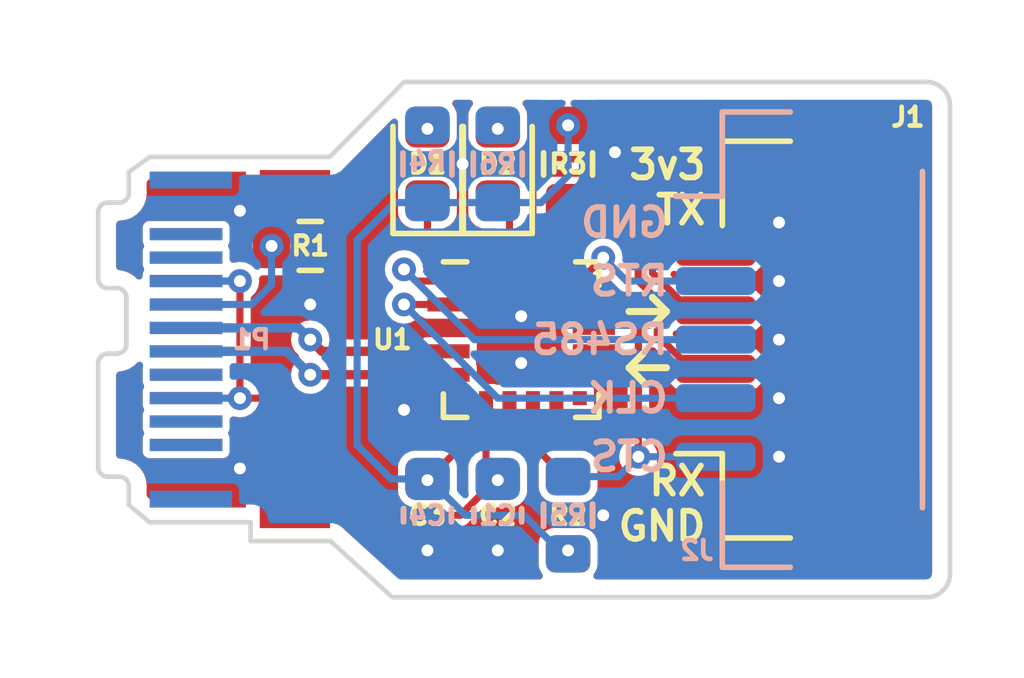
<source format=kicad_pcb>
(kicad_pcb (version 20211014) (generator pcbnew)
  (layers (0 "F.Cu" signal) (31 "B.Cu" signal) (34 "B.Paste" user) (35 "F.Paste" user) (36 "B.SilkS" user "B.Silkscreen") (37 "F.SilkS" user "F.Silkscreen") (38 "B.Mask" user) (39 "F.Mask" user) (44 "Edge.Cuts" user))
  (net 0 "")
  (net 1 "+5V")
  (net 2 "GND")
  (net 3 "+3V3")
  (net 4 "Net-(D1-Pad1)")
  (net 5 "Net-(D1-Pad2)")
  (net 6 "Net-(D2-Pad1)")
  (net 7 "Net-(D2-Pad2)")
  (net 8 "/TX")
  (net 9 "/RX")
  (net 10 "/RS485")
  (net 11 "/CLK")
  (net 12 "/CTS")
  (net 13 "/RTS")
  (net 16 "Net-(P1-PadA5)")
  (net 17 "/D+")
  (net 18 "/D-")
  (net 28 "Net-(R2-Pad2)")
  (footprint "Capacitor_SMD:C_0603_1608Metric" (layer "F.Cu") (at 148 103.75 -90)
    (fp_text reference "C3" (at 0 0 180) (layer "F.SilkS") (effects (font (size 0.4 0.4) (thickness 0.1))))
    (fp_text value "100n")
    (fp_line (start -0.14058 0.51) (end 0.14058 0.51) (layer "F.SilkS") (width 0.12))
    (fp_line (start -0.14058 -0.51) (end 0.14058 -0.51) (layer "F.SilkS") (width 0.12))
    (pad "1" smd roundrect locked (at -0.775 0 270) (size 0.9 0.95) (layers "F.Cu" "F.Paste" "F.Mask") (net 3 "+3V3"))
    (pad "2" smd roundrect locked (at 0.775 0 270) (size 0.9 0.95) (layers "F.Cu" "F.Paste" "F.Mask") (net 2 "GND"))
  )
  (footprint "Resistor_SMD:R_0603_1608Metric" (layer "F.Cu") (at 151 96.25 -90)
    (fp_text reference "R3" (at 0 0 180) (layer "F.SilkS") (effects (font (size 0.4 0.4) (thickness 0.1))))
    (fp_text value "10k")
    (fp_line (start -0.237258 -0.5225) (end 0.237258 -0.5225) (layer "F.SilkS") (width 0.12))
    (fp_line (start -0.237258 0.5225) (end 0.237258 0.5225) (layer "F.SilkS") (width 0.12))
    (pad "1" smd roundrect locked (at -0.825 0 270) (size 0.8 0.95) (layers "F.Cu" "F.Paste" "F.Mask") (net 3 "+3V3"))
    (pad "2" smd roundrect locked (at 0.825 0 270) (size 0.8 0.95) (layers "F.Cu" "F.Paste" "F.Mask") (net 9 "/RX"))
  )
  (footprint "Capacitor_SMD:C_0603_1608Metric" (layer "F.Cu") (at 149.5 103.75 -90)
    (fp_text reference "C2" (at 0 0 180) (layer "F.SilkS") (effects (font (size 0.4 0.4) (thickness 0.1))))
    (fp_text value "100n")
    (fp_line (start -0.14058 -0.51) (end 0.14058 -0.51) (layer "F.SilkS") (width 0.12))
    (fp_line (start -0.14058 0.51) (end 0.14058 0.51) (layer "F.SilkS") (width 0.12))
    (pad "1" smd roundrect locked (at -0.775 0 270) (size 0.9 0.95) (layers "F.Cu" "F.Paste" "F.Mask") (net 1 "+5V"))
    (pad "2" smd roundrect locked (at 0.775 0 270) (size 0.9 0.95) (layers "F.Cu" "F.Paste" "F.Mask") (net 2 "GND"))
  )
  (footprint "Resistor_SMD:R_0603_1608Metric" (layer "F.Cu") (at 145.5 98)
    (fp_text reference "R1" (at 0 0) (layer "F.SilkS") (effects (font (size 0.4 0.4) (thickness 0.1))))
    (fp_text value "5k1")
    (fp_line (start -0.237258 -0.5225) (end 0.237258 -0.5225) (layer "F.SilkS") (width 0.12))
    (fp_line (start -0.237258 0.5225) (end 0.237258 0.5225) (layer "F.SilkS") (width 0.12))
    (pad "1" smd roundrect locked (at -0.825 0) (size 0.8 0.95) (layers "F.Cu" "F.Paste" "F.Mask") (net 16 "Net-(P1-PadA5)"))
    (pad "2" smd roundrect locked (at 0.825 0) (size 0.8 0.95) (layers "F.Cu" "F.Paste" "F.Mask") (net 2 "GND"))
  )
  (footprint "Connector_JST:JST_GH_SM04B-GHS-TB_1x04-1MP_P1.25mm_Horizontal" (layer "F.Cu") (at 156 100 90)
    (fp_text reference "J1" (at 4.75 2.25 180) (layer "F.SilkS") (effects (font (size 0.4 0.4) (thickness 0.1))))
    (fp_text value "UART")
    (fp_line (start -4.235 -1.71) (end -2.435 -1.71) (layer "F.SilkS") (width 0.12))
    (fp_line (start -2.435 -1.71) (end -2.435 -2.7) (layer "F.SilkS") (width 0.12))
    (fp_line (start -2.965 2.56) (end 2.965 2.56) (layer "F.SilkS") (width 0.12))
    (fp_line (start 4.235 -0.26) (end 4.235 -1.71) (layer "F.SilkS") (width 0.12))
    (fp_line (start -4.235 -0.26) (end -4.235 -1.71) (layer "F.SilkS") (width 0.12))
    (fp_line (start 4.235 -1.71) (end 2.435 -1.71) (layer "F.SilkS") (width 0.12))
    (pad "1" smd roundrect locked (at -1.875 -1.85 90) (size 0.6 1.7) (layers "F.Cu" "F.Paste" "F.Mask") (net 2 "GND"))
    (pad "2" smd roundrect locked (at -0.625 -1.85 90) (size 0.6 1.7) (layers "F.Cu" "F.Paste" "F.Mask") (net 9 "/RX"))
    (pad "3" smd roundrect locked (at 0.625 -1.85 90) (size 0.6 1.7) (layers "F.Cu" "F.Paste" "F.Mask") (net 8 "/TX"))
    (pad "4" smd roundrect locked (at 1.875 -1.85 90) (size 0.6 1.7) (layers "F.Cu" "F.Paste" "F.Mask") (net 3 "+3V3"))
    (pad "MP" smd roundrect locked (at -3.725 1.35 90) (size 1 2.7) (layers "F.Cu" "F.Paste" "F.Mask") (net 2 "GND"))
    (pad "MP" smd roundrect locked (at 3.725 1.35 90) (size 1 2.7) (layers "F.Cu" "F.Paste" "F.Mask") (net 2 "GND"))
  )
  (footprint "Resistor_SMD:R_0603_1608Metric" (layer "F.Cu") (at 151 103.75 90)
    (fp_text reference "R2" (at 0 0 180) (layer "F.SilkS") (effects (font (size 0.4 0.4) (thickness 0.1))))
    (fp_text value "10k")
    (fp_line (start -0.237258 -0.5225) (end 0.237258 -0.5225) (layer "F.SilkS") (width 0.12))
    (fp_line (start -0.237258 0.5225) (end 0.237258 0.5225) (layer "F.SilkS") (width 0.12))
    (pad "1" smd roundrect locked (at -0.825 0 90) (size 0.8 0.95) (layers "F.Cu" "F.Paste" "F.Mask") (net 3 "+3V3"))
    (pad "2" smd roundrect locked (at 0.825 0 90) (size 0.8 0.95) (layers "F.Cu" "F.Paste" "F.Mask") (net 28 "Net-(R2-Pad2)"))
  )
  (footprint "LED_SMD:LED_0603_1608Metric" (layer "F.Cu") (at 148 96.25 90)
    (fp_text reference "D1" (at 0 0 180) (layer "F.SilkS") (effects (font (size 0.4 0.4) (thickness 0.1))))
    (fp_text value "TX")
    (fp_line (start -1.485 0.735) (end 0.8 0.735) (layer "F.SilkS") (width 0.12))
    (fp_line (start -1.485 -0.735) (end -1.485 0.735) (layer "F.SilkS") (width 0.12))
    (fp_line (start 0.8 -0.735) (end -1.485 -0.735) (layer "F.SilkS") (width 0.12))
    (pad "1" smd roundrect locked (at -0.7875 0 90) (size 0.875 0.95) (layers "F.Cu" "F.Paste" "F.Mask") (net 4 "Net-(D1-Pad1)"))
    (pad "2" smd roundrect locked (at 0.7875 0 90) (size 0.875 0.95) (layers "F.Cu" "F.Paste" "F.Mask") (net 5 "Net-(D1-Pad2)"))
  )
  (footprint "LED_SMD:LED_0603_1608Metric" (layer "F.Cu") (at 149.5 96.25 90)
    (fp_text reference "D2" (at 0 0 180) (layer "F.SilkS") (effects (font (size 0.4 0.4) (thickness 0.1))))
    (fp_text value "RX")
    (fp_line (start -1.485 0.735) (end 0.8 0.735) (layer "F.SilkS") (width 0.12))
    (fp_line (start 0.8 -0.735) (end -1.485 -0.735) (layer "F.SilkS") (width 0.12))
    (fp_line (start -1.485 -0.735) (end -1.485 0.735) (layer "F.SilkS") (width 0.12))
    (pad "1" smd roundrect locked (at -0.7875 0 90) (size 0.875 0.95) (layers "F.Cu" "F.Paste" "F.Mask") (net 6 "Net-(D2-Pad1)"))
    (pad "2" smd roundrect locked (at 0.7875 0 90) (size 0.875 0.95) (layers "F.Cu" "F.Paste" "F.Mask") (net 7 "Net-(D2-Pad2)"))
  )
  (footprint "Package_DFN_QFN:SiliconLabs_QFN-20-1EP_3x3mm_P0.5mm_EP1.8x1.8mm" (layer "F.Cu") (at 150 100)
    (fp_text reference "U1" (at -2.75 0) (layer "F.SilkS") (effects (font (size 0.4 0.4) (thickness 0.1))))
    (fp_text value "CP2102N-Axx-xQFN20")
    (fp_line (start 1.66 -1.66) (end 1.66 -1.16) (layer "F.SilkS") (width 0.12))
    (fp_line (start -1.66 1.66) (end -1.66 1.16) (layer "F.SilkS") (width 0.12))
    (fp_line (start -1.66 -1.66) (end -1.16 -1.66) (layer "F.SilkS") (width 0.12))
    (fp_line (start 1.66 1.66) (end 1.66 1.16) (layer "F.SilkS") (width 0.12))
    (fp_line (start 1.16 -1.66) (end 1.66 -1.66) (layer "F.SilkS") (width 0.12))
    (fp_line (start -1.16 1.66) (end -1.66 1.66) (layer "F.SilkS") (width 0.12))
    (fp_line (start 1.16 1.66) (end 1.66 1.66) (layer "F.SilkS") (width 0.12))
    (pad "1" smd rect locked (at -1.25 -1.25) (size 0.3 0.3) (layers "F.Cu" "F.Paste" "F.Mask") (net 10 "/RS485"))
    (pad "2" smd rect locked (at -1.55 -0.75) (size 0.9 0.3) (layers "F.Cu" "F.Paste" "F.Mask") (net 11 "/CLK"))
    (pad "3" smd rect locked (at -1.55 -0.25) (size 0.9 0.3) (layers "F.Cu" "F.Paste" "F.Mask") (net 2 "GND"))
    (pad "4" smd rect locked (at -1.55 0.25) (size 0.9 0.3) (layers "F.Cu" "F.Paste" "F.Mask") (net 17 "/D+"))
    (pad "5" smd rect locked (at -1.55 0.75) (size 0.9 0.3) (layers "F.Cu" "F.Paste" "F.Mask") (net 18 "/D-"))
    (pad "6" smd rect locked (at -1.25 1.25) (size 0.3 0.3) (layers "F.Cu" "F.Paste" "F.Mask") (net 3 "+3V3"))
    (pad "7" smd rect locked (at -0.75 1.55 90) (size 0.9 0.3) (layers "F.Cu" "F.Paste" "F.Mask") (net 1 "+5V"))
    (pad "8" smd rect locked (at -0.25 1.55 90) (size 0.9 0.3) (layers "F.Cu" "F.Paste" "F.Mask") (net 1 "+5V"))
    (pad "9" smd rect locked (at 0.25 1.55 90) (size 0.9 0.3) (layers "F.Cu" "F.Paste" "F.Mask") (net 28 "Net-(R2-Pad2)"))
    (pad "10" smd rect locked (at 0.75 1.55 90) (size 0.9 0.3) (layers "F.Cu" "F.Paste" "F.Mask"))
    (pad "11" smd rect locked (at 1.25 1.25) (size 0.3 0.3) (layers "F.Cu" "F.Paste" "F.Mask"))
    (pad "12" smd rect locked (at 1.55 0.75) (size 0.9 0.3) (layers "F.Cu" "F.Paste" "F.Mask") (net 2 "GND"))
    (pad "13" smd rect locked (at 1.55 0.25) (size 0.9 0.3) (layers "F.Cu" "F.Paste" "F.Mask"))
    (pad "14" smd rect locked (at 1.55 -0.25) (size 0.9 0.3) (layers "F.Cu" "F.Paste" "F.Mask"))
    (pad "15" smd rect locked (at 1.55 -0.75) (size 0.9 0.3) (layers "F.Cu" "F.Paste" "F.Mask") (net 12 "/CTS"))
    (pad "16" smd rect locked (at 1.25 -1.25) (size 0.3 0.3) (layers "F.Cu" "F.Paste" "F.Mask") (net 13 "/RTS"))
    (pad "17" smd rect locked (at 0.75 -1.55 90) (size 0.9 0.3) (layers "F.Cu" "F.Paste" "F.Mask") (net 9 "/RX"))
    (pad "18" smd rect locked (at 0.25 -1.55 90) (size 0.9 0.3) (layers "F.Cu" "F.Paste" "F.Mask") (net 8 "/TX"))
    (pad "19" smd rect locked (at -0.25 -1.55 90) (size 0.9 0.3) (layers "F.Cu" "F.Paste" "F.Mask") (net 6 "Net-(D2-Pad1)"))
    (pad "20" smd rect locked (at -0.75 -1.55 90) (size 0.9 0.3) (layers "F.Cu" "F.Paste" "F.Mask") (net 4 "Net-(D1-Pad1)"))
    (pad "21" smd rect locked (at 0 0) (size 1.8 1.8) (layers "F.Cu" "F.Mask") (net 2 "GND"))
  )
  (footprint "Connector_JST:JST_GH_SM05B-GHS-TB_1x05-1MP_P1.25mm_Horizontal" (layer "B.Cu") (at 156 100 -90)
    (fp_text reference "J2" (at 4.5 2.25 180) (layer "B.SilkS") (effects (font (size 0.4 0.4) (thickness 0.1)) (justify mirror)))
    (fp_text value "other")
    (fp_line (start -3.06 1.71) (end -3.06 2.7) (layer "B.SilkS") (width 0.12))
    (fp_line (start 4.86 1.71) (end 3.06 1.71) (layer "B.SilkS") (width 0.12))
    (fp_line (start -4.86 0.26) (end -4.86 1.71) (layer "B.SilkS") (width 0.12))
    (fp_line (start -4.86 1.71) (end -3.06 1.71) (layer "B.SilkS") (width 0.12))
    (fp_line (start -3.59 -2.56) (end 3.59 -2.56) (layer "B.SilkS") (width 0.12))
    (fp_line (start 4.86 0.26) (end 4.86 1.71) (layer "B.SilkS") (width 0.12))
    (pad "1" smd roundrect locked (at -2.5 1.85 270) (size 0.6 1.7) (layers "B.Cu" "B.Paste" "B.Mask") (net 2 "GND"))
    (pad "2" smd roundrect locked (at -1.25 1.85 270) (size 0.6 1.7) (layers "B.Cu" "B.Paste" "B.Mask") (net 13 "/RTS"))
    (pad "3" smd roundrect locked (at 0 1.85 270) (size 0.6 1.7) (layers "B.Cu" "B.Paste" "B.Mask") (net 10 "/RS485"))
    (pad "4" smd roundrect locked (at 1.25 1.85 270) (size 0.6 1.7) (layers "B.Cu" "B.Paste" "B.Mask") (net 11 "/CLK"))
    (pad "5" smd roundrect locked (at 2.5 1.85 270) (size 0.6 1.7) (layers "B.Cu" "B.Paste" "B.Mask") (net 12 "/CTS"))
    (pad "MP" smd roundrect locked (at 4.35 -1.35 270) (size 1 2.7) (layers "B.Cu" "B.Paste" "B.Mask") (net 2 "GND"))
    (pad "MP" smd roundrect locked (at -4.35 -1.35 270) (size 1 2.7) (layers "B.Cu" "B.Paste" "B.Mask") (net 2 "GND"))
  )
  (footprint "Resistor_SMD:R_0603_1608Metric" (layer "B.Cu") (at 148 96.25 90)
    (fp_text reference "R4" (at 0.05 0 180) (layer "B.SilkS") (effects (font (size 0.4 0.4) (thickness 0.1)) (justify mirror)))
    (fp_text value "100")
    (fp_line (start -0.237258 0.5225) (end 0.237258 0.5225) (layer "B.SilkS") (width 0.12))
    (fp_line (start -0.237258 -0.5225) (end 0.237258 -0.5225) (layer "B.SilkS") (width 0.12))
    (pad "1" smd roundrect locked (at -0.825 0 90) (size 0.8 0.95) (layers "B.Cu" "B.Paste" "B.Mask") (net 3 "+3V3"))
    (pad "2" smd roundrect locked (at 0.825 0 90) (size 0.8 0.95) (layers "B.Cu" "B.Paste" "B.Mask") (net 5 "Net-(D1-Pad2)"))
  )
  (footprint "Capacitor_SMD:C_0603_1608Metric" (layer "B.Cu") (at 148 103.75 -90)
    (fp_text reference "C4" (at 0 0 180) (layer "B.SilkS") (effects (font (size 0.4 0.4) (thickness 0.1)) (justify mirror)))
    (fp_text value "1u")
    (fp_line (start -0.14058 -0.51) (end 0.14058 -0.51) (layer "B.SilkS") (width 0.12))
    (fp_line (start -0.14058 0.51) (end 0.14058 0.51) (layer "B.SilkS") (width 0.12))
    (pad "1" smd roundrect locked (at -0.775 0 270) (size 0.9 0.95) (layers "B.Cu" "B.Paste" "B.Mask") (net 3 "+3V3"))
    (pad "2" smd roundrect locked (at 0.775 0 270) (size 0.9 0.95) (layers "B.Cu" "B.Paste" "B.Mask") (net 2 "GND"))
  )
  (footprint "Connector_USB:USB_C_Plug_JAE_DX07P024AJ1" (layer "B.Cu") (at 144 100 90)
    (fp_text reference "P1" (at 0 0.25 180) (layer "B.SilkS") (effects (font (size 0.4 0.4) (thickness 0.1)) (justify mirror)))
    (fp_text value "USB_C_Plug")
    (fp_line (start 1.3 -3.0225) (end 2.725 -3.0225) (layer "Edge.Cuts") (width 0.1))
    (fp_line (start -0.5 -3.0225) (end -2.725 -3.0225) (layer "Edge.Cuts") (width 0.1))
    (fp_line (start -3.9 -1.9225) (end -3.9 0.2275) (layer "Edge.Cuts") (width 0.1))
    (fp_line (start -0.1 -2.4225) (end 0.9 -2.4225) (layer "Edge.Cuts") (width 0.1))
    (fp_line (start -4.3 1.93) (end -4.3 0.2275) (layer "Edge.Cuts") (width 0.1))
    (fp_line (start -4.3 0.2275) (end -3.9 0.2275) (layer "Edge.Cuts") (width 0.1))
    (fp_line (start 3.125 -2.3725) (end 3.575 -2.3725) (layer "Edge.Cuts") (width 0.1))
    (fp_line (start -3.125 -2.3725) (end -3.53 -2.3725) (layer "Edge.Cuts") (width 0.1))
    (fp_line (start 3.575 -2.3725) (end 3.9 -1.9225) (layer "Edge.Cuts") (width 0.1))
    (fp_line (start 2.925 -2.8225) (end 2.925 -2.5725) (layer "Edge.Cuts") (width 0.1))
    (fp_line (start 1.1 -2.8225) (end 1.1 -2.6225) (layer "Edge.Cuts") (width 0.1))
    (fp_line (start -3.53 -2.3725) (end -3.9 -1.9225) (layer "Edge.Cuts") (width 0.1))
    (fp_line (start -0.3 -2.6225) (end -0.3 -2.8225) (layer "Edge.Cuts") (width 0.1))
    (fp_line (start -2.925 -2.8225) (end -2.925 -2.5725) (layer "Edge.Cuts") (width 0.1))
    (fp_line (start 3.9 -1.9225) (end 3.9 1.9175) (layer "Edge.Cuts") (width 0.1))
    (fp_arc (start -0.5 -3.0225) (mid -0.358579 -2.963921) (end -0.3 -2.8225) (layer "Edge.Cuts") (width 0.1))
    (fp_arc (start 1.1 -2.6225) (mid 1.041421 -2.481079) (end 0.9 -2.4225) (layer "Edge.Cuts") (width 0.1))
    (fp_arc (start -2.925 -2.8225) (mid -2.866421 -2.963921) (end -2.725 -3.0225) (layer "Edge.Cuts") (width 0.1))
    (fp_arc (start 3.125 -2.3725) (mid 2.983579 -2.431079) (end 2.925 -2.5725) (layer "Edge.Cuts") (width 0.1))
    (fp_arc (start -0.1 -2.4225) (mid -0.241421 -2.481079) (end -0.3 -2.6225) (layer "Edge.Cuts") (width 0.1))
    (fp_arc (start 1.1 -2.8225) (mid 1.158579 -2.963921) (end 1.3 -3.0225) (layer "Edge.Cuts") (width 0.1))
    (fp_arc (start -2.925 -2.5725) (mid -2.983579 -2.431079) (end -3.125 -2.3725) (layer "Edge.Cuts") (width 0.1))
    (fp_arc (start 2.725 -3.0225) (mid 2.866421 -2.963921) (end 2.925 -2.8225) (layer "Edge.Cuts") (width 0.1))
    (pad "" smd rect locked (at 3.405 -1.0475 90) (size 0.36 1.75) (layers "B.Cu" "B.Mask"))
    (pad "" smd rect locked (at -3.405 -1.0475 90) (size 0.36 1.75) (layers "B.Cu" "B.Mask"))
    (pad "A1" smd rect locked (at 2.825 -1.1475 90) (size 0.41 1.55) (layers "B.Cu" "B.Paste" "B.Mask") (net 2 "GND"))
    (pad "A2" smd rect locked (at 2.25 -1.1475 90) (size 0.26 1.55) (layers "B.Cu" "B.Paste" "B.Mask"))
    (pad "A3" smd rect locked (at 1.75 -1.1475 90) (size 0.26 1.55) (layers "B.Cu" "B.Paste" "B.Mask"))
    (pad "A4" smd rect locked (at 1.25 -1.1475 90) (size 0.26 1.55) (layers "B.Cu" "B.Paste" "B.Mask") (net 1 "+5V"))
    (pad "A5" smd rect locked (at 0.75 -1.1475 90) (size 0.26 1.55) (layers "B.Cu" "B.Paste" "B.Mask") (net 16 "Net-(P1-PadA5)"))
    (pad "A6" smd rect locked (at 0.25 -1.1475 270) (size 0.26 1.55) (layers "B.Cu" "B.Paste" "B.Mask") (net 17 "/D+"))
    (pad "A7" smd rect locked (at -0.25 -1.1475 270) (size 0.26 1.55) (layers "B.Cu" "B.Paste" "B.Mask") (net 18 "/D-"))
    (pad "A8" smd rect locked (at -0.75 -1.1475 90) (size 0.26 1.55) (layers "B.Cu" "B.Paste" "B.Mask"))
    (pad "A9" smd rect locked (at -1.25 -1.1475 90) (size 0.26 1.55) (layers "B.Cu" "B.Paste" "B.Mask") (net 1 "+5V"))
    (pad "A10" smd rect locked (at -1.75 -1.1475 90) (size 0.26 1.55) (layers "B.Cu" "B.Paste" "B.Mask"))
    (pad "A11" smd rect locked (at -2.25 -1.1475 90) (size 0.26 1.55) (layers "B.Cu" "B.Paste" "B.Mask"))
    (pad "A12" smd rect locked (at -2.825 -1.1475 90) (size 0.41 1.55) (layers "B.Cu" "B.Paste" "B.Mask") (net 2 "GND"))
    (pad "B1" smd rect locked (at -2.825 -1.1475 90) (size 0.41 1.55) (layers "F.Cu" "F.Paste" "F.Mask") (net 2 "GND"))
    (pad "B2" smd rect locked (at -2.25 -1.1475 90) (size 0.26 1.55) (layers "F.Cu" "F.Paste" "F.Mask"))
    (pad "B3" smd rect locked (at -1.75 -1.1475 90) (size 0.26 1.55) (layers "F.Cu" "F.Paste" "F.Mask"))
    (pad "B4" smd rect locked (at -1.25 -1.1475 90) (size 0.26 1.55) (layers "F.Cu" "F.Paste" "F.Mask") (net 1 "+5V"))
    (pad "B5" smd rect locked (at -0.75 -1.1475 90) (size 0.26 1.55) (layers "F.Cu" "F.Paste" "F.Mask"))
    (pad "B6" smd rect locked (at -0.25 -1.1475 270) (size 0.26 1.55) (layers "F.Cu" "F.Paste" "F.Mask"))
    (pad "B7" smd rect locked (at 0.25 -1.1475 90) (size 0.26 1.55) (layers "F.Cu" "F.Paste" "F.Mask"))
    (pad "B8" smd rect locked (at 0.75 -1.1475 90) (size 0.26 1.55) (layers "F.Cu" "F.Paste" "F.Mask"))
    (pad "B9" smd rect locked (at 1.25 -1.1475 90) (size 0.26 1.55) (layers "F.Cu" "F.Paste" "F.Mask") (net 1 "+5V"))
    (pad "B10" smd rect locked (at 1.75 -1.1475 90) (size 0.26 1.55) (layers "F.Cu" "F.Paste" "F.Mask"))
    (pad "B11" smd rect locked (at 2.25 -1.1475 90) (size 0.26 1.55) (layers "F.Cu" "F.Paste" "F.Mask"))
    (pad "B12" smd rect locked (at 2.825 -1.1475 90) (size 0.41 1.55) (layers "F.Cu" "F.Paste" "F.Mask") (net 2 "GND"))
    (pad "S1" smd rect locked (at -3.625 1.1725 90) (size 0.8 1.5) (layers "F.Cu" "F.Paste" "F.Mask") (net 2 "GND"))
    (pad "S1" smd rect locked (at 3.405 -0.8975 90) (size 0.36 2.05) (layers "F.Cu" "F.Paste" "F.Mask") (net 2 "GND"))
    (pad "S1" smd rect locked (at 3.27 1.1725 270) (size 0.7 1.5) (layers "F.Cu" "F.Paste" "F.Mask") (net 2 "GND"))
    (pad "S1" smd rect locked (at -3.405 -0.8975 90) (size 0.36 2.05) (layers "F.Cu" "F.Paste" "F.Mask") (net 2 "GND"))
  )
  (footprint "Resistor_SMD:R_0603_1608Metric" (layer "B.Cu") (at 149.5 96.25 90)
    (fp_text reference "R6" (at 0 0 180) (layer "B.SilkS") (effects (font (size 0.4 0.4) (thickness 0.1)) (justify mirror)))
    (fp_text value "100")
    (fp_line (start -0.237258 -0.5225) (end 0.237258 -0.5225) (layer "B.SilkS") (width 0.12))
    (fp_line (start -0.237258 0.5225) (end 0.237258 0.5225) (layer "B.SilkS") (width 0.12))
    (pad "1" smd roundrect locked (at -0.825 0 90) (size 0.8 0.95) (layers "B.Cu" "B.Paste" "B.Mask") (net 3 "+3V3"))
    (pad "2" smd roundrect locked (at 0.825 0 90) (size 0.8 0.95) (layers "B.Cu" "B.Paste" "B.Mask") (net 7 "Net-(D2-Pad2)"))
  )
  (footprint "Capacitor_SMD:C_0603_1608Metric" (layer "B.Cu") (at 149.5 103.75 -90)
    (fp_text reference "C1" (at 0 0 180) (layer "B.SilkS") (effects (font (size 0.4 0.4) (thickness 0.1)) (justify mirror)))
    (fp_text value "1u")
    (fp_line (start -0.14058 -0.51) (end 0.14058 -0.51) (layer "B.SilkS") (width 0.12))
    (fp_line (start -0.14058 0.51) (end 0.14058 0.51) (layer "B.SilkS") (width 0.12))
    (pad "1" smd roundrect locked (at -0.775 0 270) (size 0.9 0.95) (layers "B.Cu" "B.Paste" "B.Mask") (net 1 "+5V"))
    (pad "2" smd roundrect locked (at 0.775 0 270) (size 0.9 0.95) (layers "B.Cu" "B.Paste" "B.Mask") (net 2 "GND"))
  )
  (footprint "Resistor_SMD:R_0603_1608Metric" (layer "B.Cu") (at 151 103.75 90)
    (fp_text reference "R5" (at 0 0 180) (layer "B.SilkS") (effects (font (size 0.4 0.4) (thickness 0.1)) (justify mirror)))
    (fp_text value "10k")
    (fp_line (start -0.237258 -0.5225) (end 0.237258 -0.5225) (layer "B.SilkS") (width 0.12))
    (fp_line (start -0.237258 0.5225) (end 0.237258 0.5225) (layer "B.SilkS") (width 0.12))
    (pad "1" smd roundrect locked (at -0.825 0 90) (size 0.8 0.95) (layers "B.Cu" "B.Paste" "B.Mask") (net 3 "+3V3"))
    (pad "2" smd roundrect locked (at 0.825 0 90) (size 0.8 0.95) (layers "B.Cu" "B.Paste" "B.Mask") (net 12 "/CTS"))
  )
  (gr_line (start 152.3 100.6) (end 152.6 100.9) (layer "F.SilkS") (width 0.15))
  (gr_line (start 152.3 100.6) (end 153.1 100.6) (layer "F.SilkS") (width 0.15))
  (gr_line (start 152.3 99.4) (end 153.1 99.4) (layer "F.SilkS") (width 0.15))
  (gr_line (start 153.1 99.4) (end 152.8 99.1) (layer "F.SilkS") (width 0.15))
  (gr_line (start 153.1 99.4) (end 152.8 99.7) (layer "F.SilkS") (width 0.15))
  (gr_line (start 152.3 100.6) (end 152.6 100.3) (layer "F.SilkS") (width 0.15))
  (gr_line (start 158.646447 94.5) (end 147.5 94.5) (layer "Edge.Cuts") (width 0.1))
  (gr_arc (start 158.646447 94.5) (mid 159 94.646447) (end 159.146447 95) (layer "Edge.Cuts") (width 0.1))
  (gr_line (start 147.25 105.5) (end 145.93 104.3) (layer "Edge.Cuts") (width 0.1))
  (gr_arc (start 159.146447 105) (mid 159 105.353553) (end 158.646447 105.5) (layer "Edge.Cuts") (width 0.1))
  (gr_line (start 147.5 94.5) (end 145.9175 96.1) (layer "Edge.Cuts") (width 0.1))
  (gr_line (start 159.146447 95) (end 159.146447 105) (layer "Edge.Cuts") (width 0.1))
  (gr_line (start 158.646447 105.5) (end 147.25 105.5) (layer "Edge.Cuts") (width 0.1))
  (gr_text "CLK" (at 153.2 101.25) (layer "B.SilkS") (effects (font (size 0.6 0.6) (thickness 0.125)) (justify left mirror)))
  (gr_text "GND" (at 153.2 97.5) (layer "B.SilkS") (effects (font (size 0.6 0.6) (thickness 0.125)) (justify left mirror)))
  (gr_text "RS485" (at 153.2 100) (layer "B.SilkS") (effects (font (size 0.6 0.6) (thickness 0.125)) (justify left mirror)))
  (gr_text "CTS" (at 153.2 102.5) (layer "B.SilkS") (effects (font (size 0.6 0.6) (thickness 0.125)) (justify left mirror)))
  (gr_text "RTS" (at 153.2 98.75) (layer "B.SilkS") (effects (font (size 0.6 0.6) (thickness 0.125)) (justify left mirror)))
  (gr_text "RX\nGND" (at 154 103.5) (layer "F.SilkS") (effects (font (size 0.6 0.6) (thickness 0.125)) (justify right)))
  (gr_text "3v3\nTX" (at 154 96.75) (layer "F.SilkS") (effects (font (size 0.6 0.6) (thickness 0.125)) (justify right)))
  (segment (start 149.45 103) (end 149.5 103) (width 0.1524) (layer "F.Cu") (net 1))
  (segment (start 144 101.25) (end 144.732716 101.25) (width 0.1524) (layer "F.Cu") (net 1))
  (segment (start 142.8525 101.25) (end 144 101.25) (width 0.1524) (layer "F.Cu") (net 1))
  (segment (start 149.75 101.55) (end 149.25 101.55) (width 0.1524) (layer "F.Cu") (net 1))
  (segment (start 148.7 103.75) (end 149.45 103) (width 0.1524) (layer "F.Cu") (net 1))
  (segment (start 149.25 102.75) (end 149.5 103) (width 0.1524) (layer "F.Cu") (net 1))
  (segment (start 149.25 101.55) (end 149.25 102.75) (width 0.1524) (layer "F.Cu") (net 1))
  (segment (start 147.232716 103.75) (end 148.7 103.75) (width 0.1524) (layer "F.Cu") (net 1))
  (segment (start 144.732716 101.25) (end 147.232716 103.75) (width 0.1524) (layer "F.Cu") (net 1))
  (segment (start 144 98.75) (end 144 101.25) (width 0.1524) (layer "F.Cu") (net 1))
  (segment (start 142.8525 98.75) (end 144 98.75) (width 0.1524) (layer "F.Cu") (net 1))
  (via (at 144 101.25) (size 0.508) (drill 0.254) (layers "F.Cu" "B.Cu") (net 1))
  (via (at 149.5 103) (size 0.508) (drill 0.254) (layers "F.Cu" "B.Cu") (net 1))
  (via (at 144 98.75) (size 0.508) (drill 0.254) (layers "F.Cu" "B.Cu") (net 1))
  (segment (start 142.8525 98.75) (end 144 98.75) (width 0.1524) (layer "B.Cu") (net 1))
  (segment (start 144 101.25) (end 142.8525 101.25) (width 0.1524) (layer "B.Cu") (net 1))
  (via (at 150 99.5) (size 0.508) (drill 0.254) (layers "F.Cu" "B.Cu") (net 2))
  (via (at 149.5 104.5) (size 0.508) (drill 0.254) (layers "F.Cu" "B.Cu") (net 2))
  (via (at 145.5 99.25) (size 0.508) (drill 0.254) (layers "F.Cu" "B.Cu") (net 2))
  (via (at 148 104.5) (size 0.508) (drill 0.254) (layers "F.Cu" "B.Cu") (net 2))
  (via (at 155.5 98.75) (size 0.508) (drill 0.254) (layers "F.Cu" "B.Cu") (net 2))
  (via (at 155.5 100) (size 0.508) (drill 0.254) (layers "F.Cu" "B.Cu") (net 2))
  (via (at 144 102.75) (size 0.508) (drill 0.254) (layers "F.Cu" "B.Cu") (net 2))
  (via (at 155.5 101.25) (size 0.508) (drill 0.254) (layers "F.Cu" "B.Cu") (net 2))
  (via (at 151.75 103.75) (size 0.508) (drill 0.254) (layers "F.Cu" "B.Cu") (net 2))
  (via (at 155.5 97.5) (size 0.508) (drill 0.254) (layers "F.Cu" "B.Cu") (net 2))
  (via (at 155.5 102.5) (size 0.508) (drill 0.254) (layers "F.Cu" "B.Cu") (net 2))
  (via (at 144 97.25) (size 0.508) (drill 0.254) (layers "F.Cu" "B.Cu") (net 2))
  (via (at 150 100.5) (size 0.508) (drill 0.254) (layers "F.Cu" "B.Cu") (net 2))
  (via (at 148.75 96.25) (size 0.508) (drill 0.254) (layers "F.Cu" "B.Cu") (net 2))
  (via (at 147.5 101.5) (size 0.508) (drill 0.254) (layers "F.Cu" "B.Cu") (net 2))
  (via (at 152 96) (size 0.508) (drill 0.254) (layers "F.Cu" "B.Cu") (net 2))
  (segment (start 148.75 101.25) (end 148.75 102.25) (width 0.1524) (layer "F.Cu") (net 3))
  (segment (start 148.75 102.25) (end 148 103) (width 0.1524) (layer "F.Cu") (net 3))
  (segment (start 152.925 95.425) (end 151 95.425) (width 0.1524) (layer "F.Cu") (net 3))
  (segment (start 154.15 96.65) (end 152.925 95.425) (width 0.1524) (layer "F.Cu") (net 3))
  (segment (start 154.15 98.125) (end 154.15 96.65) (width 0.1524) (layer "F.Cu") (net 3))
  (segment (start 154.15 98.125) (end 154.15 98.15) (width 0.1524) (layer "F.Cu") (net 3))
  (segment (start 154.15 98.15) (end 154.25 98.25) (width 0.1524) (layer "F.Cu") (net 3))
  (via (at 148 103) (size 0.508) (drill 0.254) (layers "F.Cu" "B.Cu") (net 3))
  (via (at 151 95.425) (size 0.508) (drill 0.254) (layers "F.Cu" "B.Cu") (net 3))
  (via (at 151 104.5) (size 0.508) (drill 0.254) (layers "F.Cu" "B.Cu") (net 3))
  (segment (start 151 96.5) (end 151 95.425) (width 0.1524) (layer "B.Cu") (net 3))
  (segment (start 148 102.975) (end 147.225 102.975) (width 0.1524) (layer "B.Cu") (net 3))
  (segment (start 148.0375 102.975) (end 148.8125 103.75) (width 0.1524) (layer "B.Cu") (net 3))
  (segment (start 149.5 97.075) (end 150.425 97.075) (width 0.1524) (layer "B.Cu") (net 3))
  (segment (start 147.3 97.075) (end 148 97.075) (width 0.1524) (layer "B.Cu") (net 3))
  (segment (start 148 102.975) (end 148.0375 102.975) (width 0.1524) (layer "B.Cu") (net 3))
  (segment (start 150.425 97.075) (end 151 96.5) (width 0.1524) (layer "B.Cu") (net 3))
  (segment (start 146.5 97.875) (end 147.3 97.075) (width 0.1524) (layer "B.Cu") (net 3))
  (segment (start 150.8875 104.575) (end 151 104.575) (width 0.1524) (layer "B.Cu") (net 3))
  (segment (start 148 97.075) (end 149.5 97.075) (width 0.1524) (layer "B.Cu") (net 3))
  (segment (start 148.8125 103.75) (end 150.0625 103.75) (width 0.1524) (layer "B.Cu") (net 3))
  (segment (start 150.0625 103.75) (end 150.8875 104.575) (width 0.1524) (layer "B.Cu") (net 3))
  (segment (start 147.225 102.975) (end 146.5 102.25) (width 0.1524) (layer "B.Cu") (net 3))
  (segment (start 146.5 102.25) (end 146.5 97.875) (width 0.1524) (layer "B.Cu") (net 3))
  (segment (start 149.25 98.45) (end 149.25 98.15) (width 0.1524) (layer "F.Cu") (net 4))
  (segment (start 148 97.75) (end 148 97.0375) (width 0.1524) (layer "F.Cu") (net 4))
  (segment (start 148.35 98.1) (end 148 97.75) (width 0.1524) (layer "F.Cu") (net 4))
  (segment (start 149.25 98.45) (end 149.2 98.4) (width 0.1524) (layer "F.Cu") (net 4))
  (segment (start 149.2 98.1) (end 148.35 98.1) (width 0.1524) (layer "F.Cu") (net 4))
  (segment (start 149.25 98.15) (end 149.2 98.1) (width 0.1524) (layer "F.Cu") (net 4))
  (via (at 148 95.5) (size 0.508) (drill 0.254) (layers "F.Cu" "B.Cu") (net 5))
  (segment (start 149.75 98.45) (end 149.75 97.2875) (width 0.1524) (layer "F.Cu") (net 6))
  (segment (start 149.75 97.2875) (end 149.5 97.0375) (width 0.1524) (layer "F.Cu") (net 6))
  (via (at 149.5 95.5) (size 0.508) (drill 0.254) (layers "F.Cu" "B.Cu") (net 7))
  (segment (start 150.547667 96.44688) (end 150.25 96.744547) (width 0.1524) (layer "F.Cu") (net 8))
  (segment (start 154.15 99.375) (end 153.6 99.375) (width 0.1524) (layer "F.Cu") (net 8))
  (segment (start 151.69688 96.44688) (end 150.547667 96.44688) (width 0.1524) (layer "F.Cu") (net 8))
  (segment (start 150.25 96.744547) (end 150.25 98.45) (width 0.1524) (layer "F.Cu") (net 8))
  (segment (start 153.6 99.375) (end 152.8 98.575) (width 0.1524) (layer "F.Cu") (net 8))
  (segment (start 152.8 97.55) (end 151.69688 96.44688) (width 0.1524) (layer "F.Cu") (net 8))
  (segment (start 152.8 98.575) (end 152.8 97.55) (width 0.1524) (layer "F.Cu") (net 8))
  (segment (start 151.894626 97.075) (end 152.49568 97.676054) (width 0.1524) (layer "F.Cu") (net 9))
  (segment (start 152.90432 99.15432) (end 152.90432 99.90432) (width 0.1524) (layer "F.Cu") (net 9))
  (segment (start 152.49568 98.74568) (end 152.90432 99.15432) (width 0.1524) (layer "F.Cu") (net 9))
  (segment (start 150.75 97.325) (end 151 97.075) (width 0.1524) (layer "F.Cu") (net 9))
  (segment (start 151 97.075) (end 151.894626 97.075) (width 0.1524) (layer "F.Cu") (net 9))
  (segment (start 150.75 98.45) (end 150.75 97.325) (width 0.1524) (layer "F.Cu") (net 9))
  (segment (start 153.625 100.625) (end 154.15 100.625) (width 0.1524) (layer "F.Cu") (net 9))
  (segment (start 152.49568 97.676054) (end 152.49568 98.74568) (width 0.1524) (layer "F.Cu") (net 9))
  (segment (start 152.90432 99.90432) (end 153.625 100.625) (width 0.1524) (layer "F.Cu") (net 9))
  (segment (start 147.75 98.75) (end 147.5 98.5) (width 0.1524) (layer "F.Cu") (net 10))
  (segment (start 148.75 98.75) (end 147.75 98.75) (width 0.1524) (layer "F.Cu") (net 10))
  (via (at 147.5 98.5) (size 0.508) (drill 0.254) (layers "F.Cu" "B.Cu") (net 10))
  (segment (start 147.5 98.5) (end 149 100) (width 0.1524) (layer "B.Cu") (net 10))
  (segment (start 149 100) (end 154.15 100) (width 0.1524) (layer "B.Cu") (net 10))
  (segment (start 148.45 99.25) (end 147.5 99.25) (width 0.1524) (layer "F.Cu") (net 11))
  (via (at 147.5 99.25) (size 0.508) (drill 0.254) (layers "F.Cu" "B.Cu") (net 11))
  (segment (start 149.5 101.25) (end 154.15 101.25) (width 0.1524) (layer "B.Cu") (net 11))
  (segment (start 147.5 99.25) (end 149.5 101.25) (width 0.1524) (layer "B.Cu") (net 11))
  (segment (start 152.25 99.25) (end 152.5 99.5) (width 0.1524) (layer "F.Cu") (net 12))
  (segment (start 151.55 99.25) (end 152.25 99.25) (width 0.1524) (layer "F.Cu") (net 12))
  (segment (start 152.5 99.5) (end 152.5 102.5) (width 0.1524) (layer "F.Cu") (net 12))
  (via (at 152.5 102.5) (size 0.508) (drill 0.254) (layers "F.Cu" "B.Cu") (net 12))
  (segment (start 152.075 102.925) (end 151 102.925) (width 0.1524) (layer "B.Cu") (net 12))
  (segment (start 152.5 102.5) (end 154.15 102.5) (width 0.1524) (layer "B.Cu") (net 12))
  (segment (start 152.5 102.5) (end 152.075 102.925) (width 0.1524) (layer "B.Cu") (net 12))
  (segment (start 151.25 98.75) (end 151.75 98.25) (width 0.1524) (layer "F.Cu") (net 13))
  (via (at 151.75 98.25) (size 0.508) (drill 0.254) (layers "F.Cu" "B.Cu") (net 13))
  (segment (start 152.25 98.75) (end 151.75 98.25) (width 0.1524) (layer "B.Cu") (net 13))
  (segment (start 154.15 98.75) (end 152.25 98.75) (width 0.1524) (layer "B.Cu") (net 13))
  (via (at 144.675 98) (size 0.508) (drill 0.254) (layers "F.Cu" "B.Cu") (net 16))
  (segment (start 144.25 99.25) (end 144.675 98.825) (width 0.1524) (layer "B.Cu") (net 16))
  (segment (start 144.675 98.825) (end 144.675 98) (width 0.1524) (layer "B.Cu") (net 16))
  (segment (start 142.8525 99.25) (end 144.25 99.25) (width 0.1524) (layer "B.Cu") (net 16))
  (segment (start 145.5 100) (end 145.75 100.25) (width 0.2) (layer "F.Cu") (net 17))
  (segment (start 145.75 100.25) (end 148.45 100.25) (width 0.2) (layer "F.Cu") (net 17))
  (via (at 145.5 100) (size 0.508) (drill 0.254) (layers "F.Cu" "B.Cu") (net 17))
  (segment (start 145.5 100) (end 145.25 99.75) (width 0.2) (layer "B.Cu") (net 17))
  (segment (start 145.25 99.75) (end 142.8525 99.75) (width 0.2) (layer "B.Cu") (net 17))
  (segment (start 145.5 100.75) (end 148.45 100.75) (width 0.2) (layer "F.Cu") (net 18))
  (via (at 145.5 100.75) (size 0.508) (drill 0.254) (layers "F.Cu" "B.Cu") (net 18))
  (segment (start 145 100.25) (end 142.8525 100.25) (width 0.2) (layer "B.Cu") (net 18))
  (segment (start 145.5 100.75) (end 145 100.25) (width 0.2) (layer "B.Cu") (net 18))
  (segment (start 150.25 102.25) (end 150.925 102.925) (width 0.1524) (layer "F.Cu") (net 28))
  (segment (start 150.925 102.925) (end 151 102.925) (width 0.1524) (layer "F.Cu") (net 28))
  (segment (start 150.25 101.55) (end 150.25 102.25) (width 0.1524) (layer "F.Cu") (net 28))
  (zone (net 2) (net_name "GND") (layers F&B.Cu) (connect_pads yes (clearance 0.1524)) (min_thickness 0.1524) (fill yes (thermal_gap 0.508) (thermal_bridge_width 0.508))
    (polygon (pts (xy 160.25 107.25) (xy 139 107.25) (xy 139 92.75) (xy 160.25 92.75)))
  )
)
</source>
